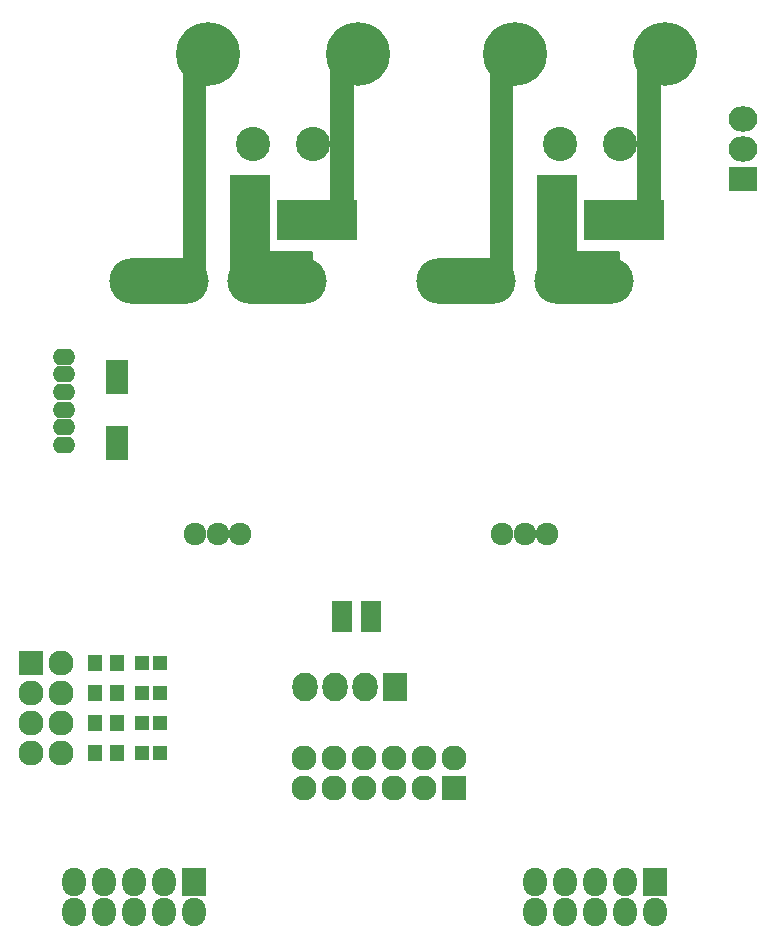
<source format=gbr>
G04 #@! TF.FileFunction,Soldermask,Top*
%FSLAX46Y46*%
G04 Gerber Fmt 4.6, Leading zero omitted, Abs format (unit mm)*
G04 Created by KiCad (PCBNEW 4.0.5) date 01/02/17 21:09:29*
%MOMM*%
%LPD*%
G01*
G04 APERTURE LIST*
%ADD10C,0.100000*%
%ADD11C,1.924000*%
%ADD12O,8.400000X3.900000*%
%ADD13R,1.197560X1.197560*%
%ADD14R,2.000000X2.400000*%
%ADD15O,2.000000X2.400000*%
%ADD16R,2.127200X2.432000*%
%ADD17O,2.127200X2.432000*%
%ADD18C,2.900000*%
%ADD19C,5.400000*%
%ADD20R,1.200000X1.400000*%
%ADD21R,2.127200X2.127200*%
%ADD22O,2.127200X2.127200*%
%ADD23O,1.924000X1.400000*%
%ADD24R,1.670000X1.365200*%
%ADD25R,1.900000X3.000000*%
%ADD26R,3.400000X6.900000*%
%ADD27R,6.851600X3.400000*%
%ADD28R,2.432000X2.127200*%
%ADD29O,2.432000X2.127200*%
%ADD30C,0.254000*%
G04 APERTURE END LIST*
D10*
D11*
X30410000Y-50000000D03*
X28500000Y-50000000D03*
X26590000Y-50000000D03*
D12*
X23500000Y-28600000D03*
X33500000Y-28600000D03*
D11*
X56410000Y-50000000D03*
X54500000Y-50000000D03*
X52590000Y-50000000D03*
D12*
X49500000Y-28600000D03*
X59500000Y-28600000D03*
D13*
X22110700Y-60960000D03*
X23609300Y-60960000D03*
X22110700Y-63500000D03*
X23609300Y-63500000D03*
X22110700Y-66040000D03*
X23609300Y-66040000D03*
X22110700Y-68580000D03*
X23609300Y-68580000D03*
D14*
X65500000Y-79500000D03*
D15*
X65500000Y-82040000D03*
X62960000Y-79500000D03*
X62960000Y-82040000D03*
X60420000Y-79500000D03*
X60420000Y-82040000D03*
X57880000Y-79500000D03*
X57880000Y-82040000D03*
X55340000Y-79500000D03*
X55340000Y-82040000D03*
D16*
X43500000Y-63000000D03*
D17*
X40960000Y-63000000D03*
X38420000Y-63000000D03*
X35880000Y-63000000D03*
D18*
X31500000Y-17000000D03*
X36580000Y-17000000D03*
D19*
X27690000Y-9380000D03*
X40390000Y-9380000D03*
D18*
X57500000Y-17000000D03*
X62580000Y-17000000D03*
D19*
X53690000Y-9380000D03*
X66390000Y-9380000D03*
D20*
X19950000Y-60960000D03*
X18150000Y-60960000D03*
X19950000Y-63500000D03*
X18150000Y-63500000D03*
X19950000Y-66040000D03*
X18150000Y-66040000D03*
X19950000Y-68580000D03*
X18150000Y-68580000D03*
D21*
X48500000Y-71500000D03*
D22*
X48500000Y-68960000D03*
X45960000Y-71500000D03*
X45960000Y-68960000D03*
X43420000Y-71500000D03*
X43420000Y-68960000D03*
X40880000Y-71500000D03*
X40880000Y-68960000D03*
X38340000Y-71500000D03*
X38340000Y-68960000D03*
X35800000Y-71500000D03*
X35800000Y-68960000D03*
D21*
X12700000Y-60960000D03*
D22*
X15240000Y-60960000D03*
X12700000Y-63500000D03*
X15240000Y-63500000D03*
X12700000Y-66040000D03*
X15240000Y-66040000D03*
X12700000Y-68580000D03*
X15240000Y-68580000D03*
D23*
X15500000Y-42500000D03*
X15500000Y-41000000D03*
X15500000Y-39500000D03*
X15500000Y-38000000D03*
X15500000Y-36500000D03*
X15500000Y-35000000D03*
D24*
X41500000Y-57635000D03*
X41500000Y-56365000D03*
X39000000Y-57635000D03*
X39000000Y-56365000D03*
D14*
X26500000Y-79500000D03*
D15*
X26500000Y-82040000D03*
X23960000Y-79500000D03*
X23960000Y-82040000D03*
X21420000Y-79500000D03*
X21420000Y-82040000D03*
X18880000Y-79500000D03*
X18880000Y-82040000D03*
X16340000Y-79500000D03*
X16340000Y-82040000D03*
D25*
X20000000Y-36700000D03*
X20000000Y-42300000D03*
D26*
X31200000Y-23000000D03*
D27*
X36900000Y-23400000D03*
D26*
X57200000Y-23000000D03*
D27*
X62900000Y-23400000D03*
D28*
X73000000Y-20000000D03*
D29*
X73000000Y-17460000D03*
X73000000Y-14920000D03*
D30*
G36*
X39873000Y-21873000D02*
X38127000Y-21873000D01*
X38127000Y-9627000D01*
X39873000Y-9627000D01*
X39873000Y-21873000D01*
X39873000Y-21873000D01*
G37*
X39873000Y-21873000D02*
X38127000Y-21873000D01*
X38127000Y-9627000D01*
X39873000Y-9627000D01*
X39873000Y-21873000D01*
G36*
X27373000Y-28373000D02*
X25627000Y-28373000D01*
X25627000Y-9627000D01*
X27373000Y-9627000D01*
X27373000Y-28373000D01*
X27373000Y-28373000D01*
G37*
X27373000Y-28373000D02*
X25627000Y-28373000D01*
X25627000Y-9627000D01*
X27373000Y-9627000D01*
X27373000Y-28373000D01*
G36*
X36373000Y-27381748D02*
X29627000Y-27863605D01*
X29627000Y-26127000D01*
X36373000Y-26127000D01*
X36373000Y-27381748D01*
X36373000Y-27381748D01*
G37*
X36373000Y-27381748D02*
X29627000Y-27863605D01*
X29627000Y-26127000D01*
X36373000Y-26127000D01*
X36373000Y-27381748D01*
G36*
X53373000Y-28373000D02*
X51627000Y-28373000D01*
X51627000Y-9627000D01*
X53373000Y-9627000D01*
X53373000Y-28373000D01*
X53373000Y-28373000D01*
G37*
X53373000Y-28373000D02*
X51627000Y-28373000D01*
X51627000Y-9627000D01*
X53373000Y-9627000D01*
X53373000Y-28373000D01*
G36*
X62373000Y-27873000D02*
X55627000Y-27873000D01*
X55627000Y-26127000D01*
X62373000Y-26127000D01*
X62373000Y-27873000D01*
X62373000Y-27873000D01*
G37*
X62373000Y-27873000D02*
X55627000Y-27873000D01*
X55627000Y-26127000D01*
X62373000Y-26127000D01*
X62373000Y-27873000D01*
G36*
X65873000Y-21873000D02*
X64127000Y-21873000D01*
X64127000Y-9627000D01*
X65873000Y-9627000D01*
X65873000Y-21873000D01*
X65873000Y-21873000D01*
G37*
X65873000Y-21873000D02*
X64127000Y-21873000D01*
X64127000Y-9627000D01*
X65873000Y-9627000D01*
X65873000Y-21873000D01*
M02*

</source>
